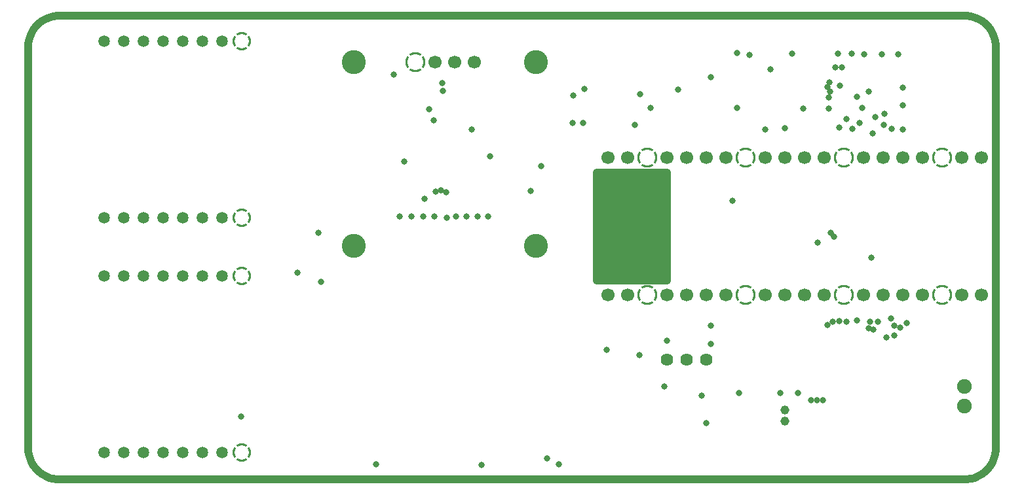
<source format=gbr>
%TF.GenerationSoftware,Altium Limited,Altium Designer,25.8.1 (18)*%
G04 Layer_Physical_Order=2*
G04 Layer_Color=32768*
%FSLAX45Y45*%
%MOMM*%
%TF.SameCoordinates,177DAE0C-5750-4891-A40F-8E88CBB746AF*%
%TF.FilePolarity,Negative*%
%TF.FileFunction,Copper,L2,Inr,Plane*%
%TF.Part,Single*%
G01*
G75*
%TA.AperFunction,NonConductor*%
%ADD52C,1.01600*%
%TA.AperFunction,ComponentPad*%
%ADD53C,1.70000*%
%ADD54C,1.48900*%
G04:AMPARAMS|DCode=55|XSize=2.413mm|YSize=2.413mm|CornerRadius=0mm|HoleSize=0mm|Usage=FLASHONLY|Rotation=0.000|XOffset=0mm|YOffset=0mm|HoleType=Round|Shape=Relief|Width=0.254mm|Gap=0.254mm|Entries=4|*
%AMTHD55*
7,0,0,2.41300,1.90500,0.25400,45*
%
%ADD55THD55*%
G04:AMPARAMS|DCode=56|XSize=2.624mm|YSize=2.624mm|CornerRadius=0mm|HoleSize=0mm|Usage=FLASHONLY|Rotation=0.000|XOffset=0mm|YOffset=0mm|HoleType=Round|Shape=Relief|Width=0.254mm|Gap=0.254mm|Entries=4|*
%AMTHD56*
7,0,0,2.62400,2.11600,0.25400,45*
%
%ADD56THD56*%
%ADD57C,1.62000*%
%ADD58C,1.15000*%
%ADD59C,1.90000*%
%TA.AperFunction,ViaPad*%
%ADD60C,0.80000*%
%ADD61C,3.10000*%
G36*
X8250000Y2572500D02*
X7350000D01*
Y3972500D01*
X8250000D01*
Y2572500D01*
D02*
G37*
D52*
Y3972500D01*
X7350000Y2572500D02*
X8250000D01*
X7350000D02*
Y3972500D01*
X8250000D01*
X400000Y6000000D02*
X12100000Y5999999D01*
X373782Y6000000D02*
X400000D01*
X321796Y5993156D02*
X373782Y6000000D01*
X271148Y5979585D02*
X321796Y5993156D01*
X222704Y5959519D02*
X271148Y5979585D01*
X177295Y5933301D02*
X222704Y5959519D01*
X135695Y5901381D02*
X177295Y5933301D01*
X98618Y5864304D02*
X135695Y5901381D01*
X66698Y5822705D02*
X98618Y5864304D01*
X40480Y5777295D02*
X66698Y5822705D01*
X20414Y5728852D02*
X40480Y5777295D01*
X6843Y5678204D02*
X20414Y5728852D01*
X-1Y5626217D02*
X6843Y5678204D01*
X-0Y373782D02*
X0Y400000D01*
X-0Y373782D02*
X6844Y321796D01*
X20415Y271148D01*
X40480Y222704D01*
X66698Y177294D01*
X98618Y135695D01*
X135695Y98618D01*
X177295Y66698D01*
X222704Y40480D01*
X271148Y20414D01*
X321796Y6843D01*
X373782Y-1D01*
X400000D01*
X12100000Y0D01*
X12126217D01*
X12178203Y6844D01*
X12228851Y20415D01*
X12277295Y40481D01*
X12322704Y66698D01*
X12364304Y98619D01*
X12401381Y135696D01*
X12433301Y177295D01*
X12459518Y222705D01*
X12479584Y271148D01*
X12493155Y321796D01*
X12499999Y373782D01*
X12499999Y400000D02*
X12499999Y373782D01*
X12499999Y400000D02*
X12500000Y5600000D01*
X12500000Y5626217D02*
X12500000Y5600000D01*
X12493156Y5678203D02*
X12500000Y5626217D01*
X12479584Y5728851D02*
X12493156Y5678203D01*
X12459518Y5777295D02*
X12479584Y5728851D01*
X12433301Y5822704D02*
X12459518Y5777295D01*
X12401381Y5864303D02*
X12433301Y5822704D01*
X12364304Y5901380D02*
X12401381Y5864303D01*
X12322705Y5933301D02*
X12364304Y5901380D01*
X12277295Y5959518D02*
X12322705Y5933301D01*
X12228851Y5979584D02*
X12277295Y5959518D01*
X12178203Y5993155D02*
X12228851Y5979584D01*
X12126217Y5999999D02*
X12178203Y5993155D01*
X12100000Y5999999D02*
X12126217Y5999999D01*
X-1Y5600000D02*
X0Y400000D01*
X-1Y5600000D02*
Y5626217D01*
D53*
X10027234Y4161752D02*
D03*
X9773234D02*
D03*
X11297234Y2383752D02*
D03*
X5254000Y5400000D02*
D03*
X10281234Y2383752D02*
D03*
X10789234Y4161752D02*
D03*
X5508000Y5400000D02*
D03*
X9519234Y4161752D02*
D03*
Y2383752D02*
D03*
X11043234Y4161752D02*
D03*
X5762000Y5400000D02*
D03*
X8249234Y2383752D02*
D03*
X9011234D02*
D03*
X8757234D02*
D03*
X7487234D02*
D03*
X8503234D02*
D03*
X10789234D02*
D03*
X12313234Y4161752D02*
D03*
X10281234D02*
D03*
X7741234D02*
D03*
X9011234D02*
D03*
X8757234D02*
D03*
X11043234Y2383752D02*
D03*
X12059234D02*
D03*
X12313234D02*
D03*
X8503234Y4161752D02*
D03*
X11551234D02*
D03*
X8249234D02*
D03*
X11297234D02*
D03*
X7741234Y2383752D02*
D03*
X7487234Y4161752D02*
D03*
X12059234D02*
D03*
X9773234Y2383752D02*
D03*
X10027234D02*
D03*
X11551234D02*
D03*
D54*
X978500Y2628900D02*
D03*
X1740500Y3389000D02*
D03*
X2248500D02*
D03*
X1486500D02*
D03*
X978500Y5675000D02*
D03*
X1232500D02*
D03*
X1740500D02*
D03*
X1486500D02*
D03*
X2502500D02*
D03*
X978500Y3389000D02*
D03*
X1232500D02*
D03*
X1994500D02*
D03*
Y5675000D02*
D03*
X2502500Y3389000D02*
D03*
X2248500Y5675000D02*
D03*
X1994500Y342900D02*
D03*
X2248500D02*
D03*
X1740500D02*
D03*
X1486500D02*
D03*
X1232500D02*
D03*
X978500D02*
D03*
X2502500Y2628900D02*
D03*
X1232500D02*
D03*
X1486500D02*
D03*
X1740500D02*
D03*
X1994500D02*
D03*
X2502500Y342900D02*
D03*
X2248500Y2628900D02*
D03*
D55*
X2756500Y3389000D02*
D03*
Y5675000D02*
D03*
Y2628900D02*
D03*
Y342900D02*
D03*
D56*
X11805234Y4161752D02*
D03*
X10535234D02*
D03*
X9265234D02*
D03*
X11805234Y2383752D02*
D03*
X10535234D02*
D03*
X9265234D02*
D03*
X7995234Y4161752D02*
D03*
X5000000Y5400000D02*
D03*
X7995234Y2383752D02*
D03*
D57*
X8506000Y1547500D02*
D03*
X8760000D02*
D03*
X8252000D02*
D03*
D58*
X9775000Y895000D02*
D03*
Y755000D02*
D03*
D59*
X12100000Y1199000D02*
D03*
Y945000D02*
D03*
D60*
X4720000Y5237500D02*
D03*
X10015000Y4802500D02*
D03*
X10325000Y5080000D02*
D03*
X10343449Y4945572D02*
D03*
X10355000Y5142500D02*
D03*
X10357500Y5022500D02*
D03*
X11085870Y1839284D02*
D03*
X10857500Y1955000D02*
D03*
X10327500Y1995000D02*
D03*
X10477500Y2045000D02*
D03*
X10922500Y1940000D02*
D03*
X11270000Y1965000D02*
D03*
X11189208Y1991125D02*
D03*
X11152500Y2080000D02*
D03*
X10978318Y2037521D02*
D03*
X10877500Y2037500D02*
D03*
X10712500Y2057500D02*
D03*
X10572500Y2040000D02*
D03*
X10397500D02*
D03*
X11052500Y4592500D02*
D03*
X11157500Y4540000D02*
D03*
X10742500Y4617500D02*
D03*
X10482500Y4555000D02*
D03*
X10465000Y5512500D02*
D03*
X10641239Y5511808D02*
D03*
X10797411Y5501396D02*
D03*
X11032500Y5502500D02*
D03*
X11242500Y5505000D02*
D03*
X11305000Y5070000D02*
D03*
X11300000Y4845000D02*
D03*
X10780000Y4805000D02*
D03*
X10942500Y4690000D02*
D03*
X11067500Y4735000D02*
D03*
X11302500Y4527500D02*
D03*
X10652500Y4535000D02*
D03*
X10915000Y4482500D02*
D03*
X2753680Y815000D02*
D03*
X10265000Y1022500D02*
D03*
X10192500Y1025000D02*
D03*
X10112500Y1027500D02*
D03*
X6857500Y197500D02*
D03*
X5857500Y182500D02*
D03*
X4489926Y191019D02*
D03*
X8218420Y1204600D02*
D03*
X7842500Y4585000D02*
D03*
X5963400Y4185900D02*
D03*
X5120000Y3630000D02*
D03*
X5261471Y3725723D02*
D03*
X5330000Y3740000D02*
D03*
X5396849Y3719235D02*
D03*
X5350000Y5132500D02*
D03*
X5358190Y5030410D02*
D03*
X10348584Y4803266D02*
D03*
X8252500Y1797396D02*
D03*
X9160000Y5522500D02*
D03*
X3475000Y2675000D02*
D03*
X8820000Y5210000D02*
D03*
X9101180Y3607500D02*
D03*
X10413820Y3137500D02*
D03*
X10708780Y4951599D02*
D03*
X10570100Y4667920D02*
D03*
X5180520Y4792500D02*
D03*
X6700920Y266700D02*
D03*
X10367500Y3195000D02*
D03*
X10197500Y3067500D02*
D03*
X11190625Y1863125D02*
D03*
X10863524Y5021575D02*
D03*
X9872600Y5514100D02*
D03*
X9316975Y5493475D02*
D03*
X8397500Y5045000D02*
D03*
X7907500Y4982500D02*
D03*
X4860000Y4115000D02*
D03*
X6626875Y4058125D02*
D03*
X5731876Y4530625D02*
D03*
X5240000Y4645000D02*
D03*
X7045000Y4967500D02*
D03*
X7037500Y4615000D02*
D03*
X7172500Y4617500D02*
D03*
X7185000Y5052500D02*
D03*
X9160000Y4812500D02*
D03*
X8040000Y4805000D02*
D03*
X7477500Y1675000D02*
D03*
X7900000Y1612500D02*
D03*
X3745000Y3192500D02*
D03*
X8820000Y1752500D02*
D03*
X8817500Y1987500D02*
D03*
X3785000Y2557500D02*
D03*
X9520000Y4526501D02*
D03*
X9780000Y4547500D02*
D03*
X10490200Y5092700D02*
D03*
X10515100Y5334000D02*
D03*
X10896600Y2870200D02*
D03*
X8699500Y1079500D02*
D03*
X9182100Y1117600D02*
D03*
X9715500D02*
D03*
X9944100D02*
D03*
X8763000Y723900D02*
D03*
X11353800Y2019300D02*
D03*
X6489700Y3733800D02*
D03*
X4800600Y3403600D02*
D03*
X5404641Y3383759D02*
D03*
X5664200Y3403600D02*
D03*
X5803900D02*
D03*
X5943600D02*
D03*
X5524500D02*
D03*
X5245100D02*
D03*
X5105400D02*
D03*
X4953000D02*
D03*
X10426700Y5334000D02*
D03*
X9588500Y5308600D02*
D03*
D61*
X6555999Y5400000D02*
D03*
X4206001Y3020005D02*
D03*
X6555999D02*
D03*
X4206001Y5400000D02*
D03*
%TF.MD5,c0aa4680a5d7318682ea41ed11dddffe*%
M02*

</source>
